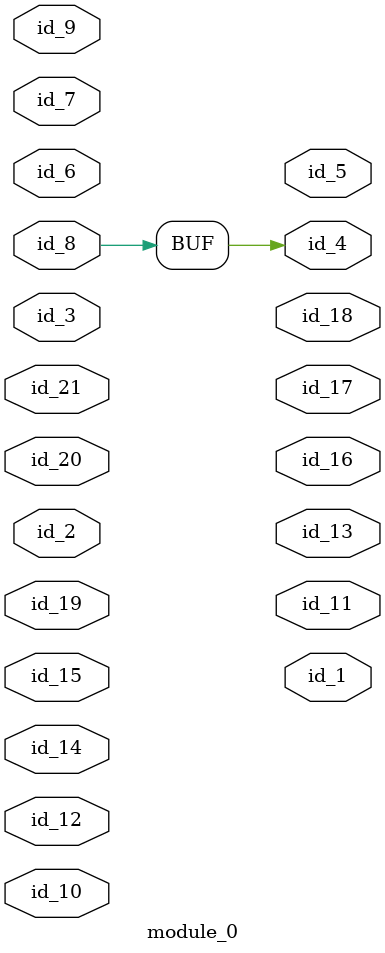
<source format=v>
module module_0 (
    id_1,
    id_2,
    id_3,
    id_4,
    id_5,
    id_6,
    id_7,
    id_8,
    id_9,
    id_10,
    id_11,
    id_12,
    id_13,
    id_14,
    id_15,
    id_16,
    id_17,
    id_18,
    id_19,
    id_20,
    id_21
);
  inout id_21;
  inout id_20;
  inout id_19;
  output id_18;
  output id_17;
  output id_16;
  input id_15;
  inout id_14;
  output id_13;
  inout id_12;
  output id_11;
  inout id_10;
  input id_9;
  input id_8;
  input id_7;
  inout id_6;
  output id_5;
  output id_4;
  inout id_3;
  inout id_2;
  output id_1;
  assign id_4 = id_8;
endmodule

</source>
